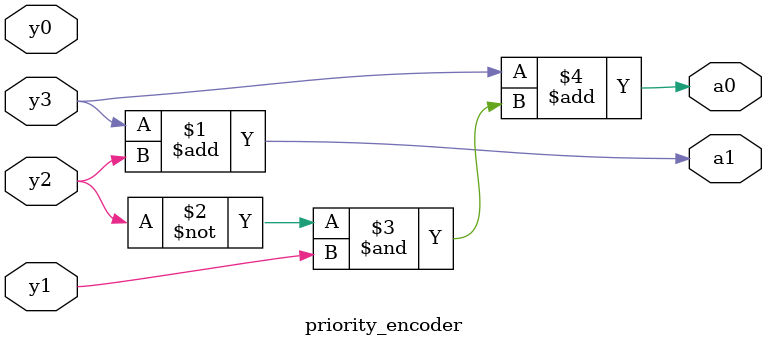
<source format=v>
module priority_encoder(a0,a1,y0,y1,y2,y3);
input y0,y1,y2,y3;
output a0,a1;

assign a1 = y3 + y2;
assign a0 = y3 + ((~y2)&y1);

endmodule

</source>
